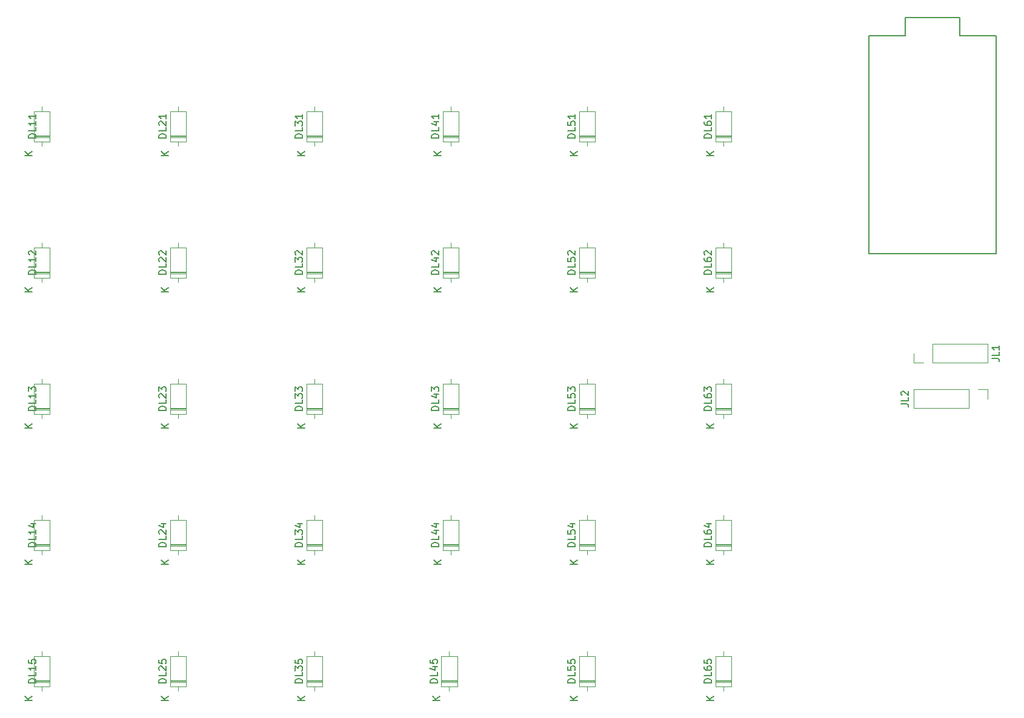
<source format=gbr>
%TF.GenerationSoftware,KiCad,Pcbnew,(5.1.9)-1*%
%TF.CreationDate,2021-03-27T16:35:30+07:00*%
%TF.ProjectId,LetsSplit256,4c657473-5370-46c6-9974-3235362e6b69,rev?*%
%TF.SameCoordinates,Original*%
%TF.FileFunction,Legend,Top*%
%TF.FilePolarity,Positive*%
%FSLAX46Y46*%
G04 Gerber Fmt 4.6, Leading zero omitted, Abs format (unit mm)*
G04 Created by KiCad (PCBNEW (5.1.9)-1) date 2021-03-27 16:35:30*
%MOMM*%
%LPD*%
G01*
G04 APERTURE LIST*
%ADD10C,0.120000*%
%ADD11C,0.150000*%
G04 APERTURE END LIST*
D10*
%TO.C,JL1*%
X158810000Y-82610000D02*
X158810000Y-79950000D01*
X151130000Y-82610000D02*
X158810000Y-82610000D01*
X151130000Y-79950000D02*
X158810000Y-79950000D01*
X151130000Y-82610000D02*
X151130000Y-79950000D01*
X149860000Y-82610000D02*
X148530000Y-82610000D01*
X148530000Y-82610000D02*
X148530000Y-81280000D01*
%TO.C,JL2*%
X148530000Y-86300000D02*
X148530000Y-88960000D01*
X156210000Y-86300000D02*
X148530000Y-86300000D01*
X156210000Y-88960000D02*
X148530000Y-88960000D01*
X156210000Y-86300000D02*
X156210000Y-88960000D01*
X157480000Y-86300000D02*
X158810000Y-86300000D01*
X158810000Y-86300000D02*
X158810000Y-87630000D01*
%TO.C,DL65*%
X120800000Y-127250000D02*
X123040000Y-127250000D01*
X120800000Y-127010000D02*
X123040000Y-127010000D01*
X120800000Y-127130000D02*
X123040000Y-127130000D01*
X121920000Y-122960000D02*
X121920000Y-123610000D01*
X121920000Y-128500000D02*
X121920000Y-127850000D01*
X120800000Y-123610000D02*
X120800000Y-127850000D01*
X123040000Y-123610000D02*
X120800000Y-123610000D01*
X123040000Y-127850000D02*
X123040000Y-123610000D01*
X120800000Y-127850000D02*
X123040000Y-127850000D01*
%TO.C,DL64*%
X120800000Y-108800000D02*
X123040000Y-108800000D01*
X123040000Y-108800000D02*
X123040000Y-104560000D01*
X123040000Y-104560000D02*
X120800000Y-104560000D01*
X120800000Y-104560000D02*
X120800000Y-108800000D01*
X121920000Y-109450000D02*
X121920000Y-108800000D01*
X121920000Y-103910000D02*
X121920000Y-104560000D01*
X120800000Y-108080000D02*
X123040000Y-108080000D01*
X120800000Y-107960000D02*
X123040000Y-107960000D01*
X120800000Y-108200000D02*
X123040000Y-108200000D01*
%TO.C,DL63*%
X120800000Y-89150000D02*
X123040000Y-89150000D01*
X120800000Y-88910000D02*
X123040000Y-88910000D01*
X120800000Y-89030000D02*
X123040000Y-89030000D01*
X121920000Y-84860000D02*
X121920000Y-85510000D01*
X121920000Y-90400000D02*
X121920000Y-89750000D01*
X120800000Y-85510000D02*
X120800000Y-89750000D01*
X123040000Y-85510000D02*
X120800000Y-85510000D01*
X123040000Y-89750000D02*
X123040000Y-85510000D01*
X120800000Y-89750000D02*
X123040000Y-89750000D01*
%TO.C,DL62*%
X120800000Y-70100000D02*
X123040000Y-70100000D01*
X120800000Y-69860000D02*
X123040000Y-69860000D01*
X120800000Y-69980000D02*
X123040000Y-69980000D01*
X121920000Y-65810000D02*
X121920000Y-66460000D01*
X121920000Y-71350000D02*
X121920000Y-70700000D01*
X120800000Y-66460000D02*
X120800000Y-70700000D01*
X123040000Y-66460000D02*
X120800000Y-66460000D01*
X123040000Y-70700000D02*
X123040000Y-66460000D01*
X120800000Y-70700000D02*
X123040000Y-70700000D01*
%TO.C,DL61*%
X120800000Y-51050000D02*
X123040000Y-51050000D01*
X120800000Y-50810000D02*
X123040000Y-50810000D01*
X120800000Y-50930000D02*
X123040000Y-50930000D01*
X121920000Y-46760000D02*
X121920000Y-47410000D01*
X121920000Y-52300000D02*
X121920000Y-51650000D01*
X120800000Y-47410000D02*
X120800000Y-51650000D01*
X123040000Y-47410000D02*
X120800000Y-47410000D01*
X123040000Y-51650000D02*
X123040000Y-47410000D01*
X120800000Y-51650000D02*
X123040000Y-51650000D01*
%TO.C,DL55*%
X101750000Y-127850000D02*
X103990000Y-127850000D01*
X103990000Y-127850000D02*
X103990000Y-123610000D01*
X103990000Y-123610000D02*
X101750000Y-123610000D01*
X101750000Y-123610000D02*
X101750000Y-127850000D01*
X102870000Y-128500000D02*
X102870000Y-127850000D01*
X102870000Y-122960000D02*
X102870000Y-123610000D01*
X101750000Y-127130000D02*
X103990000Y-127130000D01*
X101750000Y-127010000D02*
X103990000Y-127010000D01*
X101750000Y-127250000D02*
X103990000Y-127250000D01*
%TO.C,DL54*%
X101750000Y-108200000D02*
X103990000Y-108200000D01*
X101750000Y-107960000D02*
X103990000Y-107960000D01*
X101750000Y-108080000D02*
X103990000Y-108080000D01*
X102870000Y-103910000D02*
X102870000Y-104560000D01*
X102870000Y-109450000D02*
X102870000Y-108800000D01*
X101750000Y-104560000D02*
X101750000Y-108800000D01*
X103990000Y-104560000D02*
X101750000Y-104560000D01*
X103990000Y-108800000D02*
X103990000Y-104560000D01*
X101750000Y-108800000D02*
X103990000Y-108800000D01*
%TO.C,DL53*%
X101750000Y-89750000D02*
X103990000Y-89750000D01*
X103990000Y-89750000D02*
X103990000Y-85510000D01*
X103990000Y-85510000D02*
X101750000Y-85510000D01*
X101750000Y-85510000D02*
X101750000Y-89750000D01*
X102870000Y-90400000D02*
X102870000Y-89750000D01*
X102870000Y-84860000D02*
X102870000Y-85510000D01*
X101750000Y-89030000D02*
X103990000Y-89030000D01*
X101750000Y-88910000D02*
X103990000Y-88910000D01*
X101750000Y-89150000D02*
X103990000Y-89150000D01*
%TO.C,DL52*%
X101750000Y-70700000D02*
X103990000Y-70700000D01*
X103990000Y-70700000D02*
X103990000Y-66460000D01*
X103990000Y-66460000D02*
X101750000Y-66460000D01*
X101750000Y-66460000D02*
X101750000Y-70700000D01*
X102870000Y-71350000D02*
X102870000Y-70700000D01*
X102870000Y-65810000D02*
X102870000Y-66460000D01*
X101750000Y-69980000D02*
X103990000Y-69980000D01*
X101750000Y-69860000D02*
X103990000Y-69860000D01*
X101750000Y-70100000D02*
X103990000Y-70100000D01*
%TO.C,DL51*%
X101750000Y-51650000D02*
X103990000Y-51650000D01*
X103990000Y-51650000D02*
X103990000Y-47410000D01*
X103990000Y-47410000D02*
X101750000Y-47410000D01*
X101750000Y-47410000D02*
X101750000Y-51650000D01*
X102870000Y-52300000D02*
X102870000Y-51650000D01*
X102870000Y-46760000D02*
X102870000Y-47410000D01*
X101750000Y-50930000D02*
X103990000Y-50930000D01*
X101750000Y-50810000D02*
X103990000Y-50810000D01*
X101750000Y-51050000D02*
X103990000Y-51050000D01*
%TO.C,DL45*%
X82495001Y-127250000D02*
X84735001Y-127250000D01*
X82495001Y-127010000D02*
X84735001Y-127010000D01*
X82495001Y-127130000D02*
X84735001Y-127130000D01*
X83615001Y-122960000D02*
X83615001Y-123610000D01*
X83615001Y-128500000D02*
X83615001Y-127850000D01*
X82495001Y-123610000D02*
X82495001Y-127850000D01*
X84735001Y-123610000D02*
X82495001Y-123610000D01*
X84735001Y-127850000D02*
X84735001Y-123610000D01*
X82495001Y-127850000D02*
X84735001Y-127850000D01*
%TO.C,DL44*%
X82700000Y-108800000D02*
X84940000Y-108800000D01*
X84940000Y-108800000D02*
X84940000Y-104560000D01*
X84940000Y-104560000D02*
X82700000Y-104560000D01*
X82700000Y-104560000D02*
X82700000Y-108800000D01*
X83820000Y-109450000D02*
X83820000Y-108800000D01*
X83820000Y-103910000D02*
X83820000Y-104560000D01*
X82700000Y-108080000D02*
X84940000Y-108080000D01*
X82700000Y-107960000D02*
X84940000Y-107960000D01*
X82700000Y-108200000D02*
X84940000Y-108200000D01*
%TO.C,DL43*%
X82700000Y-89150000D02*
X84940000Y-89150000D01*
X82700000Y-88910000D02*
X84940000Y-88910000D01*
X82700000Y-89030000D02*
X84940000Y-89030000D01*
X83820000Y-84860000D02*
X83820000Y-85510000D01*
X83820000Y-90400000D02*
X83820000Y-89750000D01*
X82700000Y-85510000D02*
X82700000Y-89750000D01*
X84940000Y-85510000D02*
X82700000Y-85510000D01*
X84940000Y-89750000D02*
X84940000Y-85510000D01*
X82700000Y-89750000D02*
X84940000Y-89750000D01*
%TO.C,DL42*%
X82700000Y-70100000D02*
X84940000Y-70100000D01*
X82700000Y-69860000D02*
X84940000Y-69860000D01*
X82700000Y-69980000D02*
X84940000Y-69980000D01*
X83820000Y-65810000D02*
X83820000Y-66460000D01*
X83820000Y-71350000D02*
X83820000Y-70700000D01*
X82700000Y-66460000D02*
X82700000Y-70700000D01*
X84940000Y-66460000D02*
X82700000Y-66460000D01*
X84940000Y-70700000D02*
X84940000Y-66460000D01*
X82700000Y-70700000D02*
X84940000Y-70700000D01*
%TO.C,DL41*%
X82700000Y-51050000D02*
X84940000Y-51050000D01*
X82700000Y-50810000D02*
X84940000Y-50810000D01*
X82700000Y-50930000D02*
X84940000Y-50930000D01*
X83820000Y-46760000D02*
X83820000Y-47410000D01*
X83820000Y-52300000D02*
X83820000Y-51650000D01*
X82700000Y-47410000D02*
X82700000Y-51650000D01*
X84940000Y-47410000D02*
X82700000Y-47410000D01*
X84940000Y-51650000D02*
X84940000Y-47410000D01*
X82700000Y-51650000D02*
X84940000Y-51650000D01*
%TO.C,DL35*%
X63650000Y-127850000D02*
X65890000Y-127850000D01*
X65890000Y-127850000D02*
X65890000Y-123610000D01*
X65890000Y-123610000D02*
X63650000Y-123610000D01*
X63650000Y-123610000D02*
X63650000Y-127850000D01*
X64770000Y-128500000D02*
X64770000Y-127850000D01*
X64770000Y-122960000D02*
X64770000Y-123610000D01*
X63650000Y-127130000D02*
X65890000Y-127130000D01*
X63650000Y-127010000D02*
X65890000Y-127010000D01*
X63650000Y-127250000D02*
X65890000Y-127250000D01*
%TO.C,DL34*%
X63650000Y-108200000D02*
X65890000Y-108200000D01*
X63650000Y-107960000D02*
X65890000Y-107960000D01*
X63650000Y-108080000D02*
X65890000Y-108080000D01*
X64770000Y-103910000D02*
X64770000Y-104560000D01*
X64770000Y-109450000D02*
X64770000Y-108800000D01*
X63650000Y-104560000D02*
X63650000Y-108800000D01*
X65890000Y-104560000D02*
X63650000Y-104560000D01*
X65890000Y-108800000D02*
X65890000Y-104560000D01*
X63650000Y-108800000D02*
X65890000Y-108800000D01*
%TO.C,DL33*%
X63650000Y-89750000D02*
X65890000Y-89750000D01*
X65890000Y-89750000D02*
X65890000Y-85510000D01*
X65890000Y-85510000D02*
X63650000Y-85510000D01*
X63650000Y-85510000D02*
X63650000Y-89750000D01*
X64770000Y-90400000D02*
X64770000Y-89750000D01*
X64770000Y-84860000D02*
X64770000Y-85510000D01*
X63650000Y-89030000D02*
X65890000Y-89030000D01*
X63650000Y-88910000D02*
X65890000Y-88910000D01*
X63650000Y-89150000D02*
X65890000Y-89150000D01*
%TO.C,DL32*%
X63650000Y-70700000D02*
X65890000Y-70700000D01*
X65890000Y-70700000D02*
X65890000Y-66460000D01*
X65890000Y-66460000D02*
X63650000Y-66460000D01*
X63650000Y-66460000D02*
X63650000Y-70700000D01*
X64770000Y-71350000D02*
X64770000Y-70700000D01*
X64770000Y-65810000D02*
X64770000Y-66460000D01*
X63650000Y-69980000D02*
X65890000Y-69980000D01*
X63650000Y-69860000D02*
X65890000Y-69860000D01*
X63650000Y-70100000D02*
X65890000Y-70100000D01*
%TO.C,DL31*%
X63650000Y-51650000D02*
X65890000Y-51650000D01*
X65890000Y-51650000D02*
X65890000Y-47410000D01*
X65890000Y-47410000D02*
X63650000Y-47410000D01*
X63650000Y-47410000D02*
X63650000Y-51650000D01*
X64770000Y-52300000D02*
X64770000Y-51650000D01*
X64770000Y-46760000D02*
X64770000Y-47410000D01*
X63650000Y-50930000D02*
X65890000Y-50930000D01*
X63650000Y-50810000D02*
X65890000Y-50810000D01*
X63650000Y-51050000D02*
X65890000Y-51050000D01*
%TO.C,DL25*%
X44600000Y-127250000D02*
X46840000Y-127250000D01*
X44600000Y-127010000D02*
X46840000Y-127010000D01*
X44600000Y-127130000D02*
X46840000Y-127130000D01*
X45720000Y-122960000D02*
X45720000Y-123610000D01*
X45720000Y-128500000D02*
X45720000Y-127850000D01*
X44600000Y-123610000D02*
X44600000Y-127850000D01*
X46840000Y-123610000D02*
X44600000Y-123610000D01*
X46840000Y-127850000D02*
X46840000Y-123610000D01*
X44600000Y-127850000D02*
X46840000Y-127850000D01*
%TO.C,DL24*%
X44600000Y-108800000D02*
X46840000Y-108800000D01*
X46840000Y-108800000D02*
X46840000Y-104560000D01*
X46840000Y-104560000D02*
X44600000Y-104560000D01*
X44600000Y-104560000D02*
X44600000Y-108800000D01*
X45720000Y-109450000D02*
X45720000Y-108800000D01*
X45720000Y-103910000D02*
X45720000Y-104560000D01*
X44600000Y-108080000D02*
X46840000Y-108080000D01*
X44600000Y-107960000D02*
X46840000Y-107960000D01*
X44600000Y-108200000D02*
X46840000Y-108200000D01*
%TO.C,DL23*%
X44600000Y-89150000D02*
X46840000Y-89150000D01*
X44600000Y-88910000D02*
X46840000Y-88910000D01*
X44600000Y-89030000D02*
X46840000Y-89030000D01*
X45720000Y-84860000D02*
X45720000Y-85510000D01*
X45720000Y-90400000D02*
X45720000Y-89750000D01*
X44600000Y-85510000D02*
X44600000Y-89750000D01*
X46840000Y-85510000D02*
X44600000Y-85510000D01*
X46840000Y-89750000D02*
X46840000Y-85510000D01*
X44600000Y-89750000D02*
X46840000Y-89750000D01*
%TO.C,DL22*%
X44600000Y-70700000D02*
X46840000Y-70700000D01*
X46840000Y-70700000D02*
X46840000Y-66460000D01*
X46840000Y-66460000D02*
X44600000Y-66460000D01*
X44600000Y-66460000D02*
X44600000Y-70700000D01*
X45720000Y-71350000D02*
X45720000Y-70700000D01*
X45720000Y-65810000D02*
X45720000Y-66460000D01*
X44600000Y-69980000D02*
X46840000Y-69980000D01*
X44600000Y-69860000D02*
X46840000Y-69860000D01*
X44600000Y-70100000D02*
X46840000Y-70100000D01*
%TO.C,DL21*%
X44600000Y-51050000D02*
X46840000Y-51050000D01*
X44600000Y-50810000D02*
X46840000Y-50810000D01*
X44600000Y-50930000D02*
X46840000Y-50930000D01*
X45720000Y-46760000D02*
X45720000Y-47410000D01*
X45720000Y-52300000D02*
X45720000Y-51650000D01*
X44600000Y-47410000D02*
X44600000Y-51650000D01*
X46840000Y-47410000D02*
X44600000Y-47410000D01*
X46840000Y-51650000D02*
X46840000Y-47410000D01*
X44600000Y-51650000D02*
X46840000Y-51650000D01*
%TO.C,DL15*%
X25550000Y-127850000D02*
X27790000Y-127850000D01*
X27790000Y-127850000D02*
X27790000Y-123610000D01*
X27790000Y-123610000D02*
X25550000Y-123610000D01*
X25550000Y-123610000D02*
X25550000Y-127850000D01*
X26670000Y-128500000D02*
X26670000Y-127850000D01*
X26670000Y-122960000D02*
X26670000Y-123610000D01*
X25550000Y-127130000D02*
X27790000Y-127130000D01*
X25550000Y-127010000D02*
X27790000Y-127010000D01*
X25550000Y-127250000D02*
X27790000Y-127250000D01*
%TO.C,DL14*%
X25550000Y-108800000D02*
X27790000Y-108800000D01*
X27790000Y-108800000D02*
X27790000Y-104560000D01*
X27790000Y-104560000D02*
X25550000Y-104560000D01*
X25550000Y-104560000D02*
X25550000Y-108800000D01*
X26670000Y-109450000D02*
X26670000Y-108800000D01*
X26670000Y-103910000D02*
X26670000Y-104560000D01*
X25550000Y-108080000D02*
X27790000Y-108080000D01*
X25550000Y-107960000D02*
X27790000Y-107960000D01*
X25550000Y-108200000D02*
X27790000Y-108200000D01*
%TO.C,DL13*%
X25550000Y-89150000D02*
X27790000Y-89150000D01*
X25550000Y-88910000D02*
X27790000Y-88910000D01*
X25550000Y-89030000D02*
X27790000Y-89030000D01*
X26670000Y-84860000D02*
X26670000Y-85510000D01*
X26670000Y-90400000D02*
X26670000Y-89750000D01*
X25550000Y-85510000D02*
X25550000Y-89750000D01*
X27790000Y-85510000D02*
X25550000Y-85510000D01*
X27790000Y-89750000D02*
X27790000Y-85510000D01*
X25550000Y-89750000D02*
X27790000Y-89750000D01*
%TO.C,DL12*%
X25550000Y-70100000D02*
X27790000Y-70100000D01*
X25550000Y-69860000D02*
X27790000Y-69860000D01*
X25550000Y-69980000D02*
X27790000Y-69980000D01*
X26670000Y-65810000D02*
X26670000Y-66460000D01*
X26670000Y-71350000D02*
X26670000Y-70700000D01*
X25550000Y-66460000D02*
X25550000Y-70700000D01*
X27790000Y-66460000D02*
X25550000Y-66460000D01*
X27790000Y-70700000D02*
X27790000Y-66460000D01*
X25550000Y-70700000D02*
X27790000Y-70700000D01*
%TO.C,DL11*%
X25550000Y-51650000D02*
X27790000Y-51650000D01*
X27790000Y-51650000D02*
X27790000Y-47410000D01*
X27790000Y-47410000D02*
X25550000Y-47410000D01*
X25550000Y-47410000D02*
X25550000Y-51650000D01*
X26670000Y-52300000D02*
X26670000Y-51650000D01*
X26670000Y-46760000D02*
X26670000Y-47410000D01*
X25550000Y-50930000D02*
X27790000Y-50930000D01*
X25550000Y-50810000D02*
X27790000Y-50810000D01*
X25550000Y-51050000D02*
X27790000Y-51050000D01*
D11*
%TO.C,U1*%
X142240000Y-36830000D02*
X142240000Y-67310000D01*
X142240000Y-36830000D02*
X147320000Y-36830000D01*
X147320000Y-36830000D02*
X147320000Y-34290000D01*
X147320000Y-34290000D02*
X154940000Y-34290000D01*
X154940000Y-34290000D02*
X154940000Y-36830000D01*
X154940000Y-36830000D02*
X160020000Y-36830000D01*
X160020000Y-36830000D02*
X160020000Y-67310000D01*
X160020000Y-67310000D02*
X142240000Y-67310000D01*
%TO.C,JL1*%
X159472380Y-82018095D02*
X160186666Y-82018095D01*
X160329523Y-82065714D01*
X160424761Y-82160952D01*
X160472380Y-82303809D01*
X160472380Y-82399047D01*
X160472380Y-81065714D02*
X160472380Y-81541904D01*
X159472380Y-81541904D01*
X160472380Y-80208571D02*
X160472380Y-80780000D01*
X160472380Y-80494285D02*
X159472380Y-80494285D01*
X159615238Y-80589523D01*
X159710476Y-80684761D01*
X159758095Y-80780000D01*
%TO.C,JL2*%
X146772380Y-88368095D02*
X147486666Y-88368095D01*
X147629523Y-88415714D01*
X147724761Y-88510952D01*
X147772380Y-88653809D01*
X147772380Y-88749047D01*
X147772380Y-87415714D02*
X147772380Y-87891904D01*
X146772380Y-87891904D01*
X146867619Y-87130000D02*
X146820000Y-87082380D01*
X146772380Y-86987142D01*
X146772380Y-86749047D01*
X146820000Y-86653809D01*
X146867619Y-86606190D01*
X146962857Y-86558571D01*
X147058095Y-86558571D01*
X147200952Y-86606190D01*
X147772380Y-87177619D01*
X147772380Y-86558571D01*
%TO.C,DL65*%
X120252380Y-127349047D02*
X119252380Y-127349047D01*
X119252380Y-127110952D01*
X119300000Y-126968095D01*
X119395238Y-126872857D01*
X119490476Y-126825238D01*
X119680952Y-126777619D01*
X119823809Y-126777619D01*
X120014285Y-126825238D01*
X120109523Y-126872857D01*
X120204761Y-126968095D01*
X120252380Y-127110952D01*
X120252380Y-127349047D01*
X120252380Y-125872857D02*
X120252380Y-126349047D01*
X119252380Y-126349047D01*
X119252380Y-125110952D02*
X119252380Y-125301428D01*
X119300000Y-125396666D01*
X119347619Y-125444285D01*
X119490476Y-125539523D01*
X119680952Y-125587142D01*
X120061904Y-125587142D01*
X120157142Y-125539523D01*
X120204761Y-125491904D01*
X120252380Y-125396666D01*
X120252380Y-125206190D01*
X120204761Y-125110952D01*
X120157142Y-125063333D01*
X120061904Y-125015714D01*
X119823809Y-125015714D01*
X119728571Y-125063333D01*
X119680952Y-125110952D01*
X119633333Y-125206190D01*
X119633333Y-125396666D01*
X119680952Y-125491904D01*
X119728571Y-125539523D01*
X119823809Y-125587142D01*
X119252380Y-124110952D02*
X119252380Y-124587142D01*
X119728571Y-124634761D01*
X119680952Y-124587142D01*
X119633333Y-124491904D01*
X119633333Y-124253809D01*
X119680952Y-124158571D01*
X119728571Y-124110952D01*
X119823809Y-124063333D01*
X120061904Y-124063333D01*
X120157142Y-124110952D01*
X120204761Y-124158571D01*
X120252380Y-124253809D01*
X120252380Y-124491904D01*
X120204761Y-124587142D01*
X120157142Y-124634761D01*
X120572380Y-129801904D02*
X119572380Y-129801904D01*
X120572380Y-129230476D02*
X120000952Y-129659047D01*
X119572380Y-129230476D02*
X120143809Y-129801904D01*
%TO.C,DL64*%
X120252380Y-108299047D02*
X119252380Y-108299047D01*
X119252380Y-108060952D01*
X119300000Y-107918095D01*
X119395238Y-107822857D01*
X119490476Y-107775238D01*
X119680952Y-107727619D01*
X119823809Y-107727619D01*
X120014285Y-107775238D01*
X120109523Y-107822857D01*
X120204761Y-107918095D01*
X120252380Y-108060952D01*
X120252380Y-108299047D01*
X120252380Y-106822857D02*
X120252380Y-107299047D01*
X119252380Y-107299047D01*
X119252380Y-106060952D02*
X119252380Y-106251428D01*
X119300000Y-106346666D01*
X119347619Y-106394285D01*
X119490476Y-106489523D01*
X119680952Y-106537142D01*
X120061904Y-106537142D01*
X120157142Y-106489523D01*
X120204761Y-106441904D01*
X120252380Y-106346666D01*
X120252380Y-106156190D01*
X120204761Y-106060952D01*
X120157142Y-106013333D01*
X120061904Y-105965714D01*
X119823809Y-105965714D01*
X119728571Y-106013333D01*
X119680952Y-106060952D01*
X119633333Y-106156190D01*
X119633333Y-106346666D01*
X119680952Y-106441904D01*
X119728571Y-106489523D01*
X119823809Y-106537142D01*
X119585714Y-105108571D02*
X120252380Y-105108571D01*
X119204761Y-105346666D02*
X119919047Y-105584761D01*
X119919047Y-104965714D01*
X120572380Y-110751904D02*
X119572380Y-110751904D01*
X120572380Y-110180476D02*
X120000952Y-110609047D01*
X119572380Y-110180476D02*
X120143809Y-110751904D01*
%TO.C,DL63*%
X120252380Y-89249047D02*
X119252380Y-89249047D01*
X119252380Y-89010952D01*
X119300000Y-88868095D01*
X119395238Y-88772857D01*
X119490476Y-88725238D01*
X119680952Y-88677619D01*
X119823809Y-88677619D01*
X120014285Y-88725238D01*
X120109523Y-88772857D01*
X120204761Y-88868095D01*
X120252380Y-89010952D01*
X120252380Y-89249047D01*
X120252380Y-87772857D02*
X120252380Y-88249047D01*
X119252380Y-88249047D01*
X119252380Y-87010952D02*
X119252380Y-87201428D01*
X119300000Y-87296666D01*
X119347619Y-87344285D01*
X119490476Y-87439523D01*
X119680952Y-87487142D01*
X120061904Y-87487142D01*
X120157142Y-87439523D01*
X120204761Y-87391904D01*
X120252380Y-87296666D01*
X120252380Y-87106190D01*
X120204761Y-87010952D01*
X120157142Y-86963333D01*
X120061904Y-86915714D01*
X119823809Y-86915714D01*
X119728571Y-86963333D01*
X119680952Y-87010952D01*
X119633333Y-87106190D01*
X119633333Y-87296666D01*
X119680952Y-87391904D01*
X119728571Y-87439523D01*
X119823809Y-87487142D01*
X119252380Y-86582380D02*
X119252380Y-85963333D01*
X119633333Y-86296666D01*
X119633333Y-86153809D01*
X119680952Y-86058571D01*
X119728571Y-86010952D01*
X119823809Y-85963333D01*
X120061904Y-85963333D01*
X120157142Y-86010952D01*
X120204761Y-86058571D01*
X120252380Y-86153809D01*
X120252380Y-86439523D01*
X120204761Y-86534761D01*
X120157142Y-86582380D01*
X120572380Y-91701904D02*
X119572380Y-91701904D01*
X120572380Y-91130476D02*
X120000952Y-91559047D01*
X119572380Y-91130476D02*
X120143809Y-91701904D01*
%TO.C,DL62*%
X120252380Y-70199047D02*
X119252380Y-70199047D01*
X119252380Y-69960952D01*
X119300000Y-69818095D01*
X119395238Y-69722857D01*
X119490476Y-69675238D01*
X119680952Y-69627619D01*
X119823809Y-69627619D01*
X120014285Y-69675238D01*
X120109523Y-69722857D01*
X120204761Y-69818095D01*
X120252380Y-69960952D01*
X120252380Y-70199047D01*
X120252380Y-68722857D02*
X120252380Y-69199047D01*
X119252380Y-69199047D01*
X119252380Y-67960952D02*
X119252380Y-68151428D01*
X119300000Y-68246666D01*
X119347619Y-68294285D01*
X119490476Y-68389523D01*
X119680952Y-68437142D01*
X120061904Y-68437142D01*
X120157142Y-68389523D01*
X120204761Y-68341904D01*
X120252380Y-68246666D01*
X120252380Y-68056190D01*
X120204761Y-67960952D01*
X120157142Y-67913333D01*
X120061904Y-67865714D01*
X119823809Y-67865714D01*
X119728571Y-67913333D01*
X119680952Y-67960952D01*
X119633333Y-68056190D01*
X119633333Y-68246666D01*
X119680952Y-68341904D01*
X119728571Y-68389523D01*
X119823809Y-68437142D01*
X119347619Y-67484761D02*
X119300000Y-67437142D01*
X119252380Y-67341904D01*
X119252380Y-67103809D01*
X119300000Y-67008571D01*
X119347619Y-66960952D01*
X119442857Y-66913333D01*
X119538095Y-66913333D01*
X119680952Y-66960952D01*
X120252380Y-67532380D01*
X120252380Y-66913333D01*
X120572380Y-72651904D02*
X119572380Y-72651904D01*
X120572380Y-72080476D02*
X120000952Y-72509047D01*
X119572380Y-72080476D02*
X120143809Y-72651904D01*
%TO.C,DL61*%
X120252380Y-51149047D02*
X119252380Y-51149047D01*
X119252380Y-50910952D01*
X119300000Y-50768095D01*
X119395238Y-50672857D01*
X119490476Y-50625238D01*
X119680952Y-50577619D01*
X119823809Y-50577619D01*
X120014285Y-50625238D01*
X120109523Y-50672857D01*
X120204761Y-50768095D01*
X120252380Y-50910952D01*
X120252380Y-51149047D01*
X120252380Y-49672857D02*
X120252380Y-50149047D01*
X119252380Y-50149047D01*
X119252380Y-48910952D02*
X119252380Y-49101428D01*
X119300000Y-49196666D01*
X119347619Y-49244285D01*
X119490476Y-49339523D01*
X119680952Y-49387142D01*
X120061904Y-49387142D01*
X120157142Y-49339523D01*
X120204761Y-49291904D01*
X120252380Y-49196666D01*
X120252380Y-49006190D01*
X120204761Y-48910952D01*
X120157142Y-48863333D01*
X120061904Y-48815714D01*
X119823809Y-48815714D01*
X119728571Y-48863333D01*
X119680952Y-48910952D01*
X119633333Y-49006190D01*
X119633333Y-49196666D01*
X119680952Y-49291904D01*
X119728571Y-49339523D01*
X119823809Y-49387142D01*
X120252380Y-47863333D02*
X120252380Y-48434761D01*
X120252380Y-48149047D02*
X119252380Y-48149047D01*
X119395238Y-48244285D01*
X119490476Y-48339523D01*
X119538095Y-48434761D01*
X120572380Y-53601904D02*
X119572380Y-53601904D01*
X120572380Y-53030476D02*
X120000952Y-53459047D01*
X119572380Y-53030476D02*
X120143809Y-53601904D01*
%TO.C,DL55*%
X101202380Y-127349047D02*
X100202380Y-127349047D01*
X100202380Y-127110952D01*
X100250000Y-126968095D01*
X100345238Y-126872857D01*
X100440476Y-126825238D01*
X100630952Y-126777619D01*
X100773809Y-126777619D01*
X100964285Y-126825238D01*
X101059523Y-126872857D01*
X101154761Y-126968095D01*
X101202380Y-127110952D01*
X101202380Y-127349047D01*
X101202380Y-125872857D02*
X101202380Y-126349047D01*
X100202380Y-126349047D01*
X100202380Y-125063333D02*
X100202380Y-125539523D01*
X100678571Y-125587142D01*
X100630952Y-125539523D01*
X100583333Y-125444285D01*
X100583333Y-125206190D01*
X100630952Y-125110952D01*
X100678571Y-125063333D01*
X100773809Y-125015714D01*
X101011904Y-125015714D01*
X101107142Y-125063333D01*
X101154761Y-125110952D01*
X101202380Y-125206190D01*
X101202380Y-125444285D01*
X101154761Y-125539523D01*
X101107142Y-125587142D01*
X100202380Y-124110952D02*
X100202380Y-124587142D01*
X100678571Y-124634761D01*
X100630952Y-124587142D01*
X100583333Y-124491904D01*
X100583333Y-124253809D01*
X100630952Y-124158571D01*
X100678571Y-124110952D01*
X100773809Y-124063333D01*
X101011904Y-124063333D01*
X101107142Y-124110952D01*
X101154761Y-124158571D01*
X101202380Y-124253809D01*
X101202380Y-124491904D01*
X101154761Y-124587142D01*
X101107142Y-124634761D01*
X101522380Y-129801904D02*
X100522380Y-129801904D01*
X101522380Y-129230476D02*
X100950952Y-129659047D01*
X100522380Y-129230476D02*
X101093809Y-129801904D01*
%TO.C,DL54*%
X101202380Y-108299047D02*
X100202380Y-108299047D01*
X100202380Y-108060952D01*
X100250000Y-107918095D01*
X100345238Y-107822857D01*
X100440476Y-107775238D01*
X100630952Y-107727619D01*
X100773809Y-107727619D01*
X100964285Y-107775238D01*
X101059523Y-107822857D01*
X101154761Y-107918095D01*
X101202380Y-108060952D01*
X101202380Y-108299047D01*
X101202380Y-106822857D02*
X101202380Y-107299047D01*
X100202380Y-107299047D01*
X100202380Y-106013333D02*
X100202380Y-106489523D01*
X100678571Y-106537142D01*
X100630952Y-106489523D01*
X100583333Y-106394285D01*
X100583333Y-106156190D01*
X100630952Y-106060952D01*
X100678571Y-106013333D01*
X100773809Y-105965714D01*
X101011904Y-105965714D01*
X101107142Y-106013333D01*
X101154761Y-106060952D01*
X101202380Y-106156190D01*
X101202380Y-106394285D01*
X101154761Y-106489523D01*
X101107142Y-106537142D01*
X100535714Y-105108571D02*
X101202380Y-105108571D01*
X100154761Y-105346666D02*
X100869047Y-105584761D01*
X100869047Y-104965714D01*
X101522380Y-110751904D02*
X100522380Y-110751904D01*
X101522380Y-110180476D02*
X100950952Y-110609047D01*
X100522380Y-110180476D02*
X101093809Y-110751904D01*
%TO.C,DL53*%
X101202380Y-89249047D02*
X100202380Y-89249047D01*
X100202380Y-89010952D01*
X100250000Y-88868095D01*
X100345238Y-88772857D01*
X100440476Y-88725238D01*
X100630952Y-88677619D01*
X100773809Y-88677619D01*
X100964285Y-88725238D01*
X101059523Y-88772857D01*
X101154761Y-88868095D01*
X101202380Y-89010952D01*
X101202380Y-89249047D01*
X101202380Y-87772857D02*
X101202380Y-88249047D01*
X100202380Y-88249047D01*
X100202380Y-86963333D02*
X100202380Y-87439523D01*
X100678571Y-87487142D01*
X100630952Y-87439523D01*
X100583333Y-87344285D01*
X100583333Y-87106190D01*
X100630952Y-87010952D01*
X100678571Y-86963333D01*
X100773809Y-86915714D01*
X101011904Y-86915714D01*
X101107142Y-86963333D01*
X101154761Y-87010952D01*
X101202380Y-87106190D01*
X101202380Y-87344285D01*
X101154761Y-87439523D01*
X101107142Y-87487142D01*
X100202380Y-86582380D02*
X100202380Y-85963333D01*
X100583333Y-86296666D01*
X100583333Y-86153809D01*
X100630952Y-86058571D01*
X100678571Y-86010952D01*
X100773809Y-85963333D01*
X101011904Y-85963333D01*
X101107142Y-86010952D01*
X101154761Y-86058571D01*
X101202380Y-86153809D01*
X101202380Y-86439523D01*
X101154761Y-86534761D01*
X101107142Y-86582380D01*
X101522380Y-91701904D02*
X100522380Y-91701904D01*
X101522380Y-91130476D02*
X100950952Y-91559047D01*
X100522380Y-91130476D02*
X101093809Y-91701904D01*
%TO.C,DL52*%
X101202380Y-70199047D02*
X100202380Y-70199047D01*
X100202380Y-69960952D01*
X100250000Y-69818095D01*
X100345238Y-69722857D01*
X100440476Y-69675238D01*
X100630952Y-69627619D01*
X100773809Y-69627619D01*
X100964285Y-69675238D01*
X101059523Y-69722857D01*
X101154761Y-69818095D01*
X101202380Y-69960952D01*
X101202380Y-70199047D01*
X101202380Y-68722857D02*
X101202380Y-69199047D01*
X100202380Y-69199047D01*
X100202380Y-67913333D02*
X100202380Y-68389523D01*
X100678571Y-68437142D01*
X100630952Y-68389523D01*
X100583333Y-68294285D01*
X100583333Y-68056190D01*
X100630952Y-67960952D01*
X100678571Y-67913333D01*
X100773809Y-67865714D01*
X101011904Y-67865714D01*
X101107142Y-67913333D01*
X101154761Y-67960952D01*
X101202380Y-68056190D01*
X101202380Y-68294285D01*
X101154761Y-68389523D01*
X101107142Y-68437142D01*
X100297619Y-67484761D02*
X100250000Y-67437142D01*
X100202380Y-67341904D01*
X100202380Y-67103809D01*
X100250000Y-67008571D01*
X100297619Y-66960952D01*
X100392857Y-66913333D01*
X100488095Y-66913333D01*
X100630952Y-66960952D01*
X101202380Y-67532380D01*
X101202380Y-66913333D01*
X101522380Y-72651904D02*
X100522380Y-72651904D01*
X101522380Y-72080476D02*
X100950952Y-72509047D01*
X100522380Y-72080476D02*
X101093809Y-72651904D01*
%TO.C,DL51*%
X101202380Y-51149047D02*
X100202380Y-51149047D01*
X100202380Y-50910952D01*
X100250000Y-50768095D01*
X100345238Y-50672857D01*
X100440476Y-50625238D01*
X100630952Y-50577619D01*
X100773809Y-50577619D01*
X100964285Y-50625238D01*
X101059523Y-50672857D01*
X101154761Y-50768095D01*
X101202380Y-50910952D01*
X101202380Y-51149047D01*
X101202380Y-49672857D02*
X101202380Y-50149047D01*
X100202380Y-50149047D01*
X100202380Y-48863333D02*
X100202380Y-49339523D01*
X100678571Y-49387142D01*
X100630952Y-49339523D01*
X100583333Y-49244285D01*
X100583333Y-49006190D01*
X100630952Y-48910952D01*
X100678571Y-48863333D01*
X100773809Y-48815714D01*
X101011904Y-48815714D01*
X101107142Y-48863333D01*
X101154761Y-48910952D01*
X101202380Y-49006190D01*
X101202380Y-49244285D01*
X101154761Y-49339523D01*
X101107142Y-49387142D01*
X101202380Y-47863333D02*
X101202380Y-48434761D01*
X101202380Y-48149047D02*
X100202380Y-48149047D01*
X100345238Y-48244285D01*
X100440476Y-48339523D01*
X100488095Y-48434761D01*
X101522380Y-53601904D02*
X100522380Y-53601904D01*
X101522380Y-53030476D02*
X100950952Y-53459047D01*
X100522380Y-53030476D02*
X101093809Y-53601904D01*
%TO.C,DL45*%
X81947381Y-127349047D02*
X80947381Y-127349047D01*
X80947381Y-127110952D01*
X80995001Y-126968095D01*
X81090239Y-126872857D01*
X81185477Y-126825238D01*
X81375953Y-126777619D01*
X81518810Y-126777619D01*
X81709286Y-126825238D01*
X81804524Y-126872857D01*
X81899762Y-126968095D01*
X81947381Y-127110952D01*
X81947381Y-127349047D01*
X81947381Y-125872857D02*
X81947381Y-126349047D01*
X80947381Y-126349047D01*
X81280715Y-125110952D02*
X81947381Y-125110952D01*
X80899762Y-125349047D02*
X81614048Y-125587142D01*
X81614048Y-124968095D01*
X80947381Y-124110952D02*
X80947381Y-124587142D01*
X81423572Y-124634761D01*
X81375953Y-124587142D01*
X81328334Y-124491904D01*
X81328334Y-124253809D01*
X81375953Y-124158571D01*
X81423572Y-124110952D01*
X81518810Y-124063333D01*
X81756905Y-124063333D01*
X81852143Y-124110952D01*
X81899762Y-124158571D01*
X81947381Y-124253809D01*
X81947381Y-124491904D01*
X81899762Y-124587142D01*
X81852143Y-124634761D01*
X82267381Y-129801904D02*
X81267381Y-129801904D01*
X82267381Y-129230476D02*
X81695953Y-129659047D01*
X81267381Y-129230476D02*
X81838810Y-129801904D01*
%TO.C,DL44*%
X82152380Y-108299047D02*
X81152380Y-108299047D01*
X81152380Y-108060952D01*
X81200000Y-107918095D01*
X81295238Y-107822857D01*
X81390476Y-107775238D01*
X81580952Y-107727619D01*
X81723809Y-107727619D01*
X81914285Y-107775238D01*
X82009523Y-107822857D01*
X82104761Y-107918095D01*
X82152380Y-108060952D01*
X82152380Y-108299047D01*
X82152380Y-106822857D02*
X82152380Y-107299047D01*
X81152380Y-107299047D01*
X81485714Y-106060952D02*
X82152380Y-106060952D01*
X81104761Y-106299047D02*
X81819047Y-106537142D01*
X81819047Y-105918095D01*
X81485714Y-105108571D02*
X82152380Y-105108571D01*
X81104761Y-105346666D02*
X81819047Y-105584761D01*
X81819047Y-104965714D01*
X82472380Y-110751904D02*
X81472380Y-110751904D01*
X82472380Y-110180476D02*
X81900952Y-110609047D01*
X81472380Y-110180476D02*
X82043809Y-110751904D01*
%TO.C,DL43*%
X82152380Y-89249047D02*
X81152380Y-89249047D01*
X81152380Y-89010952D01*
X81200000Y-88868095D01*
X81295238Y-88772857D01*
X81390476Y-88725238D01*
X81580952Y-88677619D01*
X81723809Y-88677619D01*
X81914285Y-88725238D01*
X82009523Y-88772857D01*
X82104761Y-88868095D01*
X82152380Y-89010952D01*
X82152380Y-89249047D01*
X82152380Y-87772857D02*
X82152380Y-88249047D01*
X81152380Y-88249047D01*
X81485714Y-87010952D02*
X82152380Y-87010952D01*
X81104761Y-87249047D02*
X81819047Y-87487142D01*
X81819047Y-86868095D01*
X81152380Y-86582380D02*
X81152380Y-85963333D01*
X81533333Y-86296666D01*
X81533333Y-86153809D01*
X81580952Y-86058571D01*
X81628571Y-86010952D01*
X81723809Y-85963333D01*
X81961904Y-85963333D01*
X82057142Y-86010952D01*
X82104761Y-86058571D01*
X82152380Y-86153809D01*
X82152380Y-86439523D01*
X82104761Y-86534761D01*
X82057142Y-86582380D01*
X82472380Y-91701904D02*
X81472380Y-91701904D01*
X82472380Y-91130476D02*
X81900952Y-91559047D01*
X81472380Y-91130476D02*
X82043809Y-91701904D01*
%TO.C,DL42*%
X82152380Y-70199047D02*
X81152380Y-70199047D01*
X81152380Y-69960952D01*
X81200000Y-69818095D01*
X81295238Y-69722857D01*
X81390476Y-69675238D01*
X81580952Y-69627619D01*
X81723809Y-69627619D01*
X81914285Y-69675238D01*
X82009523Y-69722857D01*
X82104761Y-69818095D01*
X82152380Y-69960952D01*
X82152380Y-70199047D01*
X82152380Y-68722857D02*
X82152380Y-69199047D01*
X81152380Y-69199047D01*
X81485714Y-67960952D02*
X82152380Y-67960952D01*
X81104761Y-68199047D02*
X81819047Y-68437142D01*
X81819047Y-67818095D01*
X81247619Y-67484761D02*
X81200000Y-67437142D01*
X81152380Y-67341904D01*
X81152380Y-67103809D01*
X81200000Y-67008571D01*
X81247619Y-66960952D01*
X81342857Y-66913333D01*
X81438095Y-66913333D01*
X81580952Y-66960952D01*
X82152380Y-67532380D01*
X82152380Y-66913333D01*
X82472380Y-72651904D02*
X81472380Y-72651904D01*
X82472380Y-72080476D02*
X81900952Y-72509047D01*
X81472380Y-72080476D02*
X82043809Y-72651904D01*
%TO.C,DL41*%
X82152380Y-51149047D02*
X81152380Y-51149047D01*
X81152380Y-50910952D01*
X81200000Y-50768095D01*
X81295238Y-50672857D01*
X81390476Y-50625238D01*
X81580952Y-50577619D01*
X81723809Y-50577619D01*
X81914285Y-50625238D01*
X82009523Y-50672857D01*
X82104761Y-50768095D01*
X82152380Y-50910952D01*
X82152380Y-51149047D01*
X82152380Y-49672857D02*
X82152380Y-50149047D01*
X81152380Y-50149047D01*
X81485714Y-48910952D02*
X82152380Y-48910952D01*
X81104761Y-49149047D02*
X81819047Y-49387142D01*
X81819047Y-48768095D01*
X82152380Y-47863333D02*
X82152380Y-48434761D01*
X82152380Y-48149047D02*
X81152380Y-48149047D01*
X81295238Y-48244285D01*
X81390476Y-48339523D01*
X81438095Y-48434761D01*
X82472380Y-53601904D02*
X81472380Y-53601904D01*
X82472380Y-53030476D02*
X81900952Y-53459047D01*
X81472380Y-53030476D02*
X82043809Y-53601904D01*
%TO.C,DL35*%
X63102380Y-127349047D02*
X62102380Y-127349047D01*
X62102380Y-127110952D01*
X62150000Y-126968095D01*
X62245238Y-126872857D01*
X62340476Y-126825238D01*
X62530952Y-126777619D01*
X62673809Y-126777619D01*
X62864285Y-126825238D01*
X62959523Y-126872857D01*
X63054761Y-126968095D01*
X63102380Y-127110952D01*
X63102380Y-127349047D01*
X63102380Y-125872857D02*
X63102380Y-126349047D01*
X62102380Y-126349047D01*
X62102380Y-125634761D02*
X62102380Y-125015714D01*
X62483333Y-125349047D01*
X62483333Y-125206190D01*
X62530952Y-125110952D01*
X62578571Y-125063333D01*
X62673809Y-125015714D01*
X62911904Y-125015714D01*
X63007142Y-125063333D01*
X63054761Y-125110952D01*
X63102380Y-125206190D01*
X63102380Y-125491904D01*
X63054761Y-125587142D01*
X63007142Y-125634761D01*
X62102380Y-124110952D02*
X62102380Y-124587142D01*
X62578571Y-124634761D01*
X62530952Y-124587142D01*
X62483333Y-124491904D01*
X62483333Y-124253809D01*
X62530952Y-124158571D01*
X62578571Y-124110952D01*
X62673809Y-124063333D01*
X62911904Y-124063333D01*
X63007142Y-124110952D01*
X63054761Y-124158571D01*
X63102380Y-124253809D01*
X63102380Y-124491904D01*
X63054761Y-124587142D01*
X63007142Y-124634761D01*
X63422380Y-129801904D02*
X62422380Y-129801904D01*
X63422380Y-129230476D02*
X62850952Y-129659047D01*
X62422380Y-129230476D02*
X62993809Y-129801904D01*
%TO.C,DL34*%
X63102380Y-108299047D02*
X62102380Y-108299047D01*
X62102380Y-108060952D01*
X62150000Y-107918095D01*
X62245238Y-107822857D01*
X62340476Y-107775238D01*
X62530952Y-107727619D01*
X62673809Y-107727619D01*
X62864285Y-107775238D01*
X62959523Y-107822857D01*
X63054761Y-107918095D01*
X63102380Y-108060952D01*
X63102380Y-108299047D01*
X63102380Y-106822857D02*
X63102380Y-107299047D01*
X62102380Y-107299047D01*
X62102380Y-106584761D02*
X62102380Y-105965714D01*
X62483333Y-106299047D01*
X62483333Y-106156190D01*
X62530952Y-106060952D01*
X62578571Y-106013333D01*
X62673809Y-105965714D01*
X62911904Y-105965714D01*
X63007142Y-106013333D01*
X63054761Y-106060952D01*
X63102380Y-106156190D01*
X63102380Y-106441904D01*
X63054761Y-106537142D01*
X63007142Y-106584761D01*
X62435714Y-105108571D02*
X63102380Y-105108571D01*
X62054761Y-105346666D02*
X62769047Y-105584761D01*
X62769047Y-104965714D01*
X63422380Y-110751904D02*
X62422380Y-110751904D01*
X63422380Y-110180476D02*
X62850952Y-110609047D01*
X62422380Y-110180476D02*
X62993809Y-110751904D01*
%TO.C,DL33*%
X63102380Y-89249047D02*
X62102380Y-89249047D01*
X62102380Y-89010952D01*
X62150000Y-88868095D01*
X62245238Y-88772857D01*
X62340476Y-88725238D01*
X62530952Y-88677619D01*
X62673809Y-88677619D01*
X62864285Y-88725238D01*
X62959523Y-88772857D01*
X63054761Y-88868095D01*
X63102380Y-89010952D01*
X63102380Y-89249047D01*
X63102380Y-87772857D02*
X63102380Y-88249047D01*
X62102380Y-88249047D01*
X62102380Y-87534761D02*
X62102380Y-86915714D01*
X62483333Y-87249047D01*
X62483333Y-87106190D01*
X62530952Y-87010952D01*
X62578571Y-86963333D01*
X62673809Y-86915714D01*
X62911904Y-86915714D01*
X63007142Y-86963333D01*
X63054761Y-87010952D01*
X63102380Y-87106190D01*
X63102380Y-87391904D01*
X63054761Y-87487142D01*
X63007142Y-87534761D01*
X62102380Y-86582380D02*
X62102380Y-85963333D01*
X62483333Y-86296666D01*
X62483333Y-86153809D01*
X62530952Y-86058571D01*
X62578571Y-86010952D01*
X62673809Y-85963333D01*
X62911904Y-85963333D01*
X63007142Y-86010952D01*
X63054761Y-86058571D01*
X63102380Y-86153809D01*
X63102380Y-86439523D01*
X63054761Y-86534761D01*
X63007142Y-86582380D01*
X63422380Y-91701904D02*
X62422380Y-91701904D01*
X63422380Y-91130476D02*
X62850952Y-91559047D01*
X62422380Y-91130476D02*
X62993809Y-91701904D01*
%TO.C,DL32*%
X63102380Y-70199047D02*
X62102380Y-70199047D01*
X62102380Y-69960952D01*
X62150000Y-69818095D01*
X62245238Y-69722857D01*
X62340476Y-69675238D01*
X62530952Y-69627619D01*
X62673809Y-69627619D01*
X62864285Y-69675238D01*
X62959523Y-69722857D01*
X63054761Y-69818095D01*
X63102380Y-69960952D01*
X63102380Y-70199047D01*
X63102380Y-68722857D02*
X63102380Y-69199047D01*
X62102380Y-69199047D01*
X62102380Y-68484761D02*
X62102380Y-67865714D01*
X62483333Y-68199047D01*
X62483333Y-68056190D01*
X62530952Y-67960952D01*
X62578571Y-67913333D01*
X62673809Y-67865714D01*
X62911904Y-67865714D01*
X63007142Y-67913333D01*
X63054761Y-67960952D01*
X63102380Y-68056190D01*
X63102380Y-68341904D01*
X63054761Y-68437142D01*
X63007142Y-68484761D01*
X62197619Y-67484761D02*
X62150000Y-67437142D01*
X62102380Y-67341904D01*
X62102380Y-67103809D01*
X62150000Y-67008571D01*
X62197619Y-66960952D01*
X62292857Y-66913333D01*
X62388095Y-66913333D01*
X62530952Y-66960952D01*
X63102380Y-67532380D01*
X63102380Y-66913333D01*
X63422380Y-72651904D02*
X62422380Y-72651904D01*
X63422380Y-72080476D02*
X62850952Y-72509047D01*
X62422380Y-72080476D02*
X62993809Y-72651904D01*
%TO.C,DL31*%
X63102380Y-51149047D02*
X62102380Y-51149047D01*
X62102380Y-50910952D01*
X62150000Y-50768095D01*
X62245238Y-50672857D01*
X62340476Y-50625238D01*
X62530952Y-50577619D01*
X62673809Y-50577619D01*
X62864285Y-50625238D01*
X62959523Y-50672857D01*
X63054761Y-50768095D01*
X63102380Y-50910952D01*
X63102380Y-51149047D01*
X63102380Y-49672857D02*
X63102380Y-50149047D01*
X62102380Y-50149047D01*
X62102380Y-49434761D02*
X62102380Y-48815714D01*
X62483333Y-49149047D01*
X62483333Y-49006190D01*
X62530952Y-48910952D01*
X62578571Y-48863333D01*
X62673809Y-48815714D01*
X62911904Y-48815714D01*
X63007142Y-48863333D01*
X63054761Y-48910952D01*
X63102380Y-49006190D01*
X63102380Y-49291904D01*
X63054761Y-49387142D01*
X63007142Y-49434761D01*
X63102380Y-47863333D02*
X63102380Y-48434761D01*
X63102380Y-48149047D02*
X62102380Y-48149047D01*
X62245238Y-48244285D01*
X62340476Y-48339523D01*
X62388095Y-48434761D01*
X63422380Y-53601904D02*
X62422380Y-53601904D01*
X63422380Y-53030476D02*
X62850952Y-53459047D01*
X62422380Y-53030476D02*
X62993809Y-53601904D01*
%TO.C,DL25*%
X44052380Y-127349047D02*
X43052380Y-127349047D01*
X43052380Y-127110952D01*
X43100000Y-126968095D01*
X43195238Y-126872857D01*
X43290476Y-126825238D01*
X43480952Y-126777619D01*
X43623809Y-126777619D01*
X43814285Y-126825238D01*
X43909523Y-126872857D01*
X44004761Y-126968095D01*
X44052380Y-127110952D01*
X44052380Y-127349047D01*
X44052380Y-125872857D02*
X44052380Y-126349047D01*
X43052380Y-126349047D01*
X43147619Y-125587142D02*
X43100000Y-125539523D01*
X43052380Y-125444285D01*
X43052380Y-125206190D01*
X43100000Y-125110952D01*
X43147619Y-125063333D01*
X43242857Y-125015714D01*
X43338095Y-125015714D01*
X43480952Y-125063333D01*
X44052380Y-125634761D01*
X44052380Y-125015714D01*
X43052380Y-124110952D02*
X43052380Y-124587142D01*
X43528571Y-124634761D01*
X43480952Y-124587142D01*
X43433333Y-124491904D01*
X43433333Y-124253809D01*
X43480952Y-124158571D01*
X43528571Y-124110952D01*
X43623809Y-124063333D01*
X43861904Y-124063333D01*
X43957142Y-124110952D01*
X44004761Y-124158571D01*
X44052380Y-124253809D01*
X44052380Y-124491904D01*
X44004761Y-124587142D01*
X43957142Y-124634761D01*
X44372380Y-129801904D02*
X43372380Y-129801904D01*
X44372380Y-129230476D02*
X43800952Y-129659047D01*
X43372380Y-129230476D02*
X43943809Y-129801904D01*
%TO.C,DL24*%
X44052380Y-108299047D02*
X43052380Y-108299047D01*
X43052380Y-108060952D01*
X43100000Y-107918095D01*
X43195238Y-107822857D01*
X43290476Y-107775238D01*
X43480952Y-107727619D01*
X43623809Y-107727619D01*
X43814285Y-107775238D01*
X43909523Y-107822857D01*
X44004761Y-107918095D01*
X44052380Y-108060952D01*
X44052380Y-108299047D01*
X44052380Y-106822857D02*
X44052380Y-107299047D01*
X43052380Y-107299047D01*
X43147619Y-106537142D02*
X43100000Y-106489523D01*
X43052380Y-106394285D01*
X43052380Y-106156190D01*
X43100000Y-106060952D01*
X43147619Y-106013333D01*
X43242857Y-105965714D01*
X43338095Y-105965714D01*
X43480952Y-106013333D01*
X44052380Y-106584761D01*
X44052380Y-105965714D01*
X43385714Y-105108571D02*
X44052380Y-105108571D01*
X43004761Y-105346666D02*
X43719047Y-105584761D01*
X43719047Y-104965714D01*
X44372380Y-110751904D02*
X43372380Y-110751904D01*
X44372380Y-110180476D02*
X43800952Y-110609047D01*
X43372380Y-110180476D02*
X43943809Y-110751904D01*
%TO.C,DL23*%
X44052380Y-89249047D02*
X43052380Y-89249047D01*
X43052380Y-89010952D01*
X43100000Y-88868095D01*
X43195238Y-88772857D01*
X43290476Y-88725238D01*
X43480952Y-88677619D01*
X43623809Y-88677619D01*
X43814285Y-88725238D01*
X43909523Y-88772857D01*
X44004761Y-88868095D01*
X44052380Y-89010952D01*
X44052380Y-89249047D01*
X44052380Y-87772857D02*
X44052380Y-88249047D01*
X43052380Y-88249047D01*
X43147619Y-87487142D02*
X43100000Y-87439523D01*
X43052380Y-87344285D01*
X43052380Y-87106190D01*
X43100000Y-87010952D01*
X43147619Y-86963333D01*
X43242857Y-86915714D01*
X43338095Y-86915714D01*
X43480952Y-86963333D01*
X44052380Y-87534761D01*
X44052380Y-86915714D01*
X43052380Y-86582380D02*
X43052380Y-85963333D01*
X43433333Y-86296666D01*
X43433333Y-86153809D01*
X43480952Y-86058571D01*
X43528571Y-86010952D01*
X43623809Y-85963333D01*
X43861904Y-85963333D01*
X43957142Y-86010952D01*
X44004761Y-86058571D01*
X44052380Y-86153809D01*
X44052380Y-86439523D01*
X44004761Y-86534761D01*
X43957142Y-86582380D01*
X44372380Y-91701904D02*
X43372380Y-91701904D01*
X44372380Y-91130476D02*
X43800952Y-91559047D01*
X43372380Y-91130476D02*
X43943809Y-91701904D01*
%TO.C,DL22*%
X44052380Y-70199047D02*
X43052380Y-70199047D01*
X43052380Y-69960952D01*
X43100000Y-69818095D01*
X43195238Y-69722857D01*
X43290476Y-69675238D01*
X43480952Y-69627619D01*
X43623809Y-69627619D01*
X43814285Y-69675238D01*
X43909523Y-69722857D01*
X44004761Y-69818095D01*
X44052380Y-69960952D01*
X44052380Y-70199047D01*
X44052380Y-68722857D02*
X44052380Y-69199047D01*
X43052380Y-69199047D01*
X43147619Y-68437142D02*
X43100000Y-68389523D01*
X43052380Y-68294285D01*
X43052380Y-68056190D01*
X43100000Y-67960952D01*
X43147619Y-67913333D01*
X43242857Y-67865714D01*
X43338095Y-67865714D01*
X43480952Y-67913333D01*
X44052380Y-68484761D01*
X44052380Y-67865714D01*
X43147619Y-67484761D02*
X43100000Y-67437142D01*
X43052380Y-67341904D01*
X43052380Y-67103809D01*
X43100000Y-67008571D01*
X43147619Y-66960952D01*
X43242857Y-66913333D01*
X43338095Y-66913333D01*
X43480952Y-66960952D01*
X44052380Y-67532380D01*
X44052380Y-66913333D01*
X44372380Y-72651904D02*
X43372380Y-72651904D01*
X44372380Y-72080476D02*
X43800952Y-72509047D01*
X43372380Y-72080476D02*
X43943809Y-72651904D01*
%TO.C,DL21*%
X44052380Y-51149047D02*
X43052380Y-51149047D01*
X43052380Y-50910952D01*
X43100000Y-50768095D01*
X43195238Y-50672857D01*
X43290476Y-50625238D01*
X43480952Y-50577619D01*
X43623809Y-50577619D01*
X43814285Y-50625238D01*
X43909523Y-50672857D01*
X44004761Y-50768095D01*
X44052380Y-50910952D01*
X44052380Y-51149047D01*
X44052380Y-49672857D02*
X44052380Y-50149047D01*
X43052380Y-50149047D01*
X43147619Y-49387142D02*
X43100000Y-49339523D01*
X43052380Y-49244285D01*
X43052380Y-49006190D01*
X43100000Y-48910952D01*
X43147619Y-48863333D01*
X43242857Y-48815714D01*
X43338095Y-48815714D01*
X43480952Y-48863333D01*
X44052380Y-49434761D01*
X44052380Y-48815714D01*
X44052380Y-47863333D02*
X44052380Y-48434761D01*
X44052380Y-48149047D02*
X43052380Y-48149047D01*
X43195238Y-48244285D01*
X43290476Y-48339523D01*
X43338095Y-48434761D01*
X44372380Y-53601904D02*
X43372380Y-53601904D01*
X44372380Y-53030476D02*
X43800952Y-53459047D01*
X43372380Y-53030476D02*
X43943809Y-53601904D01*
%TO.C,DL15*%
X25852380Y-127349047D02*
X24852380Y-127349047D01*
X24852380Y-127110952D01*
X24900000Y-126968095D01*
X24995238Y-126872857D01*
X25090476Y-126825238D01*
X25280952Y-126777619D01*
X25423809Y-126777619D01*
X25614285Y-126825238D01*
X25709523Y-126872857D01*
X25804761Y-126968095D01*
X25852380Y-127110952D01*
X25852380Y-127349047D01*
X25852380Y-125872857D02*
X25852380Y-126349047D01*
X24852380Y-126349047D01*
X25852380Y-125015714D02*
X25852380Y-125587142D01*
X25852380Y-125301428D02*
X24852380Y-125301428D01*
X24995238Y-125396666D01*
X25090476Y-125491904D01*
X25138095Y-125587142D01*
X24852380Y-124110952D02*
X24852380Y-124587142D01*
X25328571Y-124634761D01*
X25280952Y-124587142D01*
X25233333Y-124491904D01*
X25233333Y-124253809D01*
X25280952Y-124158571D01*
X25328571Y-124110952D01*
X25423809Y-124063333D01*
X25661904Y-124063333D01*
X25757142Y-124110952D01*
X25804761Y-124158571D01*
X25852380Y-124253809D01*
X25852380Y-124491904D01*
X25804761Y-124587142D01*
X25757142Y-124634761D01*
X25322380Y-129801904D02*
X24322380Y-129801904D01*
X25322380Y-129230476D02*
X24750952Y-129659047D01*
X24322380Y-129230476D02*
X24893809Y-129801904D01*
%TO.C,DL14*%
X25852380Y-108299047D02*
X24852380Y-108299047D01*
X24852380Y-108060952D01*
X24900000Y-107918095D01*
X24995238Y-107822857D01*
X25090476Y-107775238D01*
X25280952Y-107727619D01*
X25423809Y-107727619D01*
X25614285Y-107775238D01*
X25709523Y-107822857D01*
X25804761Y-107918095D01*
X25852380Y-108060952D01*
X25852380Y-108299047D01*
X25852380Y-106822857D02*
X25852380Y-107299047D01*
X24852380Y-107299047D01*
X25852380Y-105965714D02*
X25852380Y-106537142D01*
X25852380Y-106251428D02*
X24852380Y-106251428D01*
X24995238Y-106346666D01*
X25090476Y-106441904D01*
X25138095Y-106537142D01*
X25185714Y-105108571D02*
X25852380Y-105108571D01*
X24804761Y-105346666D02*
X25519047Y-105584761D01*
X25519047Y-104965714D01*
X25322380Y-110751904D02*
X24322380Y-110751904D01*
X25322380Y-110180476D02*
X24750952Y-110609047D01*
X24322380Y-110180476D02*
X24893809Y-110751904D01*
%TO.C,DL13*%
X25852380Y-89249047D02*
X24852380Y-89249047D01*
X24852380Y-89010952D01*
X24900000Y-88868095D01*
X24995238Y-88772857D01*
X25090476Y-88725238D01*
X25280952Y-88677619D01*
X25423809Y-88677619D01*
X25614285Y-88725238D01*
X25709523Y-88772857D01*
X25804761Y-88868095D01*
X25852380Y-89010952D01*
X25852380Y-89249047D01*
X25852380Y-87772857D02*
X25852380Y-88249047D01*
X24852380Y-88249047D01*
X25852380Y-86915714D02*
X25852380Y-87487142D01*
X25852380Y-87201428D02*
X24852380Y-87201428D01*
X24995238Y-87296666D01*
X25090476Y-87391904D01*
X25138095Y-87487142D01*
X24852380Y-86582380D02*
X24852380Y-85963333D01*
X25233333Y-86296666D01*
X25233333Y-86153809D01*
X25280952Y-86058571D01*
X25328571Y-86010952D01*
X25423809Y-85963333D01*
X25661904Y-85963333D01*
X25757142Y-86010952D01*
X25804761Y-86058571D01*
X25852380Y-86153809D01*
X25852380Y-86439523D01*
X25804761Y-86534761D01*
X25757142Y-86582380D01*
X25322380Y-91701904D02*
X24322380Y-91701904D01*
X25322380Y-91130476D02*
X24750952Y-91559047D01*
X24322380Y-91130476D02*
X24893809Y-91701904D01*
%TO.C,DL12*%
X25852380Y-70199047D02*
X24852380Y-70199047D01*
X24852380Y-69960952D01*
X24900000Y-69818095D01*
X24995238Y-69722857D01*
X25090476Y-69675238D01*
X25280952Y-69627619D01*
X25423809Y-69627619D01*
X25614285Y-69675238D01*
X25709523Y-69722857D01*
X25804761Y-69818095D01*
X25852380Y-69960952D01*
X25852380Y-70199047D01*
X25852380Y-68722857D02*
X25852380Y-69199047D01*
X24852380Y-69199047D01*
X25852380Y-67865714D02*
X25852380Y-68437142D01*
X25852380Y-68151428D02*
X24852380Y-68151428D01*
X24995238Y-68246666D01*
X25090476Y-68341904D01*
X25138095Y-68437142D01*
X24947619Y-67484761D02*
X24900000Y-67437142D01*
X24852380Y-67341904D01*
X24852380Y-67103809D01*
X24900000Y-67008571D01*
X24947619Y-66960952D01*
X25042857Y-66913333D01*
X25138095Y-66913333D01*
X25280952Y-66960952D01*
X25852380Y-67532380D01*
X25852380Y-66913333D01*
X25322380Y-72651904D02*
X24322380Y-72651904D01*
X25322380Y-72080476D02*
X24750952Y-72509047D01*
X24322380Y-72080476D02*
X24893809Y-72651904D01*
%TO.C,DL11*%
X25852380Y-51149047D02*
X24852380Y-51149047D01*
X24852380Y-50910952D01*
X24900000Y-50768095D01*
X24995238Y-50672857D01*
X25090476Y-50625238D01*
X25280952Y-50577619D01*
X25423809Y-50577619D01*
X25614285Y-50625238D01*
X25709523Y-50672857D01*
X25804761Y-50768095D01*
X25852380Y-50910952D01*
X25852380Y-51149047D01*
X25852380Y-49672857D02*
X25852380Y-50149047D01*
X24852380Y-50149047D01*
X25852380Y-48815714D02*
X25852380Y-49387142D01*
X25852380Y-49101428D02*
X24852380Y-49101428D01*
X24995238Y-49196666D01*
X25090476Y-49291904D01*
X25138095Y-49387142D01*
X25852380Y-47863333D02*
X25852380Y-48434761D01*
X25852380Y-48149047D02*
X24852380Y-48149047D01*
X24995238Y-48244285D01*
X25090476Y-48339523D01*
X25138095Y-48434761D01*
X25322380Y-53601904D02*
X24322380Y-53601904D01*
X25322380Y-53030476D02*
X24750952Y-53459047D01*
X24322380Y-53030476D02*
X24893809Y-53601904D01*
%TD*%
M02*

</source>
